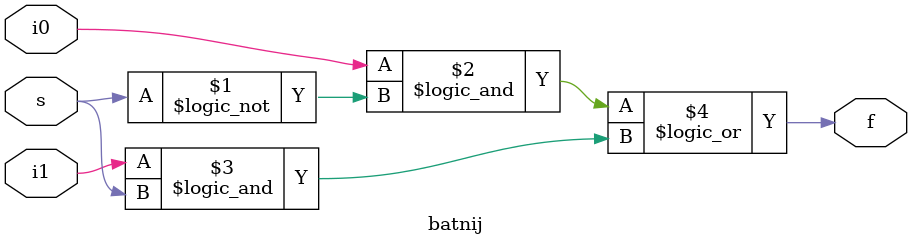
<source format=v>
module batnij (i0,i1,s,f);
input i0,i1,s;
output f;
assign f= (i0 && !s) || (i1 && s);
endmodule 
</source>
